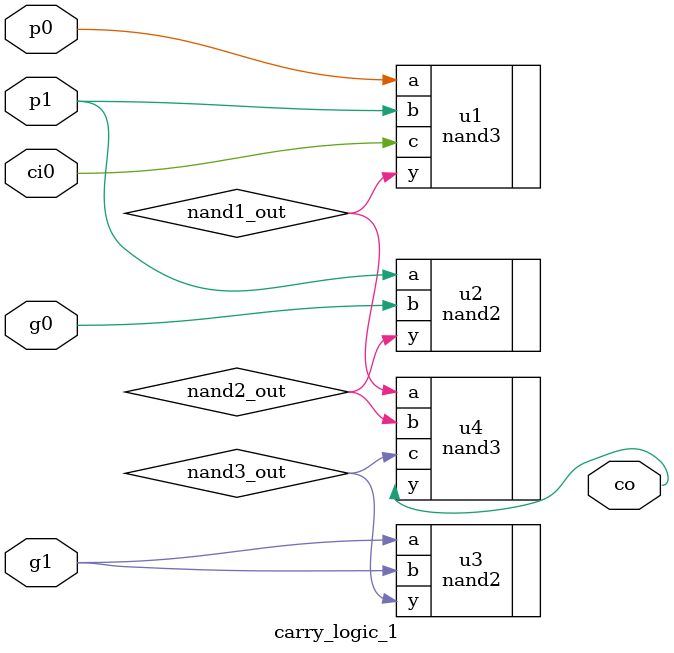
<source format=sv>
module carry_logic_1 (
    input logic p0,
    input logic g0,
	input logic p1,
    input logic g1,
    input logic ci0,
    output logic co
);

    logic nand1_out;  
    logic nand2_out;  
	logic nand3_out;  


nand3 u1 (
	.a(p0), 
	.b(p1), 
	.c(ci0),
	.y(nand1_out)
	); 

nand2 u2 (
	.a(p1), 
	.b(g0), 
	.y(nand2_out)
	); 

nand2 u3 (
	.a(g1), 
	.b(g1), 
	.y(nand3_out)
	); 

nand3 u4 (
	.a(nand1_out), 
	.b(nand2_out), 
	.c(nand3_out),
	.y(co)
	); 
//co = g1 | p1 & g0 | (p1 & p0 & ci0;
endmodule
</source>
